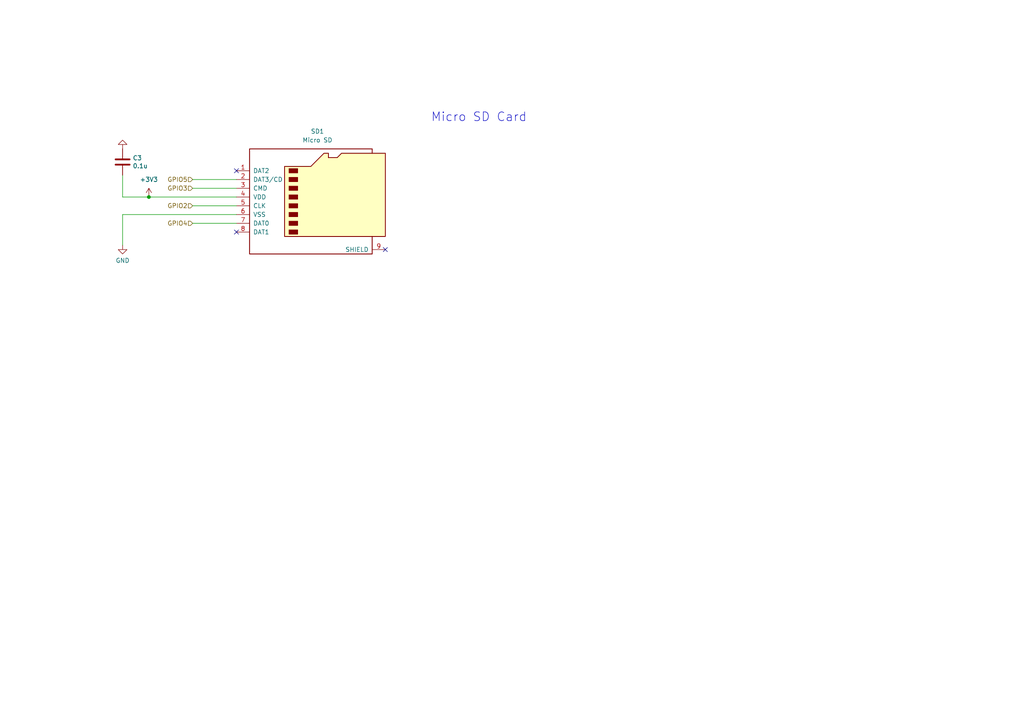
<source format=kicad_sch>
(kicad_sch (version 20231120) (generator "eeschema") (generator_version "8.0")
  (paper "A4")
  (title_block (title "FRANK2") (date "2024-11-21") (rev "1.0") (company "Mikhail Matveev") (comment 1 "https://github.com/xtremespb/frank2"))
  (lib_symbols
    (symbol "Connector:Micro_SD_Card" (pin_names (offset 1.016))
      (property "Reference" "J" (at -16.51 15.24 0))
      (property "Value" "Micro_SD_Card" (at 16.51 15.24 0))
      (symbol "Micro_SD_Card_0_1"
        (rectangle (start -7.62 -9.525) (end -5.08 -10.795) (fill (type outline)))
        (rectangle (start -7.62 -6.985) (end -5.08 -8.255) (fill (type outline)))
        (rectangle (start -7.62 -4.445) (end -5.08 -5.715) (fill (type outline)))
        (rectangle (start -7.62 -1.905) (end -5.08 -3.175) (fill (type outline)))
        (rectangle (start -7.62 0.635) (end -5.08 -0.635) (fill (type outline)))
        (rectangle (start -7.62 3.175) (end -5.08 1.905) (fill (type outline)))
        (rectangle (start -7.62 5.715) (end -5.08 4.445) (fill (type outline)))
        (rectangle (start -7.62 8.255) (end -5.08 6.985) (fill (type outline)))
        (polyline (pts (xy 16.51 12.7) (xy 16.51 13.97) (xy -19.05 13.97) (xy -19.05 -16.51) (xy 16.51 -16.51) (xy 16.51 -11.43)) (stroke (width 0.254)))
        (polyline (pts (xy -8.89 -11.43) (xy -8.89 8.89) (xy -1.27 8.89) (xy 2.54 12.7) (xy 3.81 12.7) (xy 3.81 11.43) (xy 6.35 11.43) (xy 7.62 12.7) (xy 20.32 12.7) (xy 20.32 -11.43) (xy -8.89 -11.43)) (stroke (width 0.254)) (fill (type background)))
      )
      (symbol "Micro_SD_Card_1_1"
        (pin bidirectional line (at -22.86 7.62 0) (length 3.81) (name "DAT2") (number "1"))
        (pin bidirectional line (at -22.86 5.08 0) (length 3.81) (name "DAT3/CD") (number "2"))
        (pin input line (at -22.86 2.54 0) (length 3.81) (name "CMD") (number "3"))
        (pin power_in line (at -22.86 0 0) (length 3.81) (name "VDD") (number "4"))
        (pin input line (at -22.86 -2.54 0) (length 3.81) (name "CLK") (number "5"))
        (pin power_in line (at -22.86 -5.08 0) (length 3.81) (name "VSS") (number "6"))
        (pin bidirectional line (at -22.86 -7.62 0) (length 3.81) (name "DAT0") (number "7"))
        (pin bidirectional line (at -22.86 -10.16 0) (length 3.81) (name "DAT1") (number "8"))
        (pin passive line (at 20.32 -15.24 180) (length 3.81) (name "SHIELD") (number "9"))
      )
    )
    (symbol "Device:C" (pin_numbers hide) (pin_names (offset 0.254))
      (property "Reference" "C" (at 0.635 2.54 0))
      (property "Value" "C" (at 0.635 -2.54 0))
      (symbol "C_0_1"
        (polyline (pts (xy -2.032 -0.762) (xy 2.032 -0.762)) (stroke (width 0.508)))
        (polyline (pts (xy -2.032 0.762) (xy 2.032 0.762)) (stroke (width 0.508)))
      )
      (symbol "C_1_1"
        (pin passive line (at 0 3.81 270) (length 2.794) (name "~") (number "1"))
        (pin passive line (at 0 -3.81 90) (length 2.794) (name "~") (number "2"))
      )
    )
    (symbol "power:+3V3" (power) (pin_numbers hide) (pin_names (offset 0) hide)
      (property "Value" "+3V3" (at 0 3.556 0))
      (symbol "+3V3_0_1"
        (polyline (pts (xy -0.762 1.27) (xy 0 2.54)))
        (polyline (pts (xy 0 0) (xy 0 2.54)))
        (polyline (pts (xy 0 2.54) (xy 0.762 1.27)))
      )
      (symbol "+3V3_1_1"
        (pin power_in line (at 0 0 90) (length 0) (name "~") (number "1"))
      )
    )
    (symbol "power:GND" (power) (pin_names (offset 0))
      (property "Value" "GND" (at 0 -3.81 0))
      (symbol "GND_0_1"
        (polyline (pts (xy 0 0) (xy 0 -1.27) (xy 1.27 -1.27) (xy 0 -2.54) (xy -1.27 -1.27) (xy 0 -1.27)))
      )
      (symbol "GND_1_1"
        (pin power_in line (at 0 0 270) (length 0) hide (name "GND") (number "1"))
      )
    )
  )
  (junction (at 43.18 57.15))
  (no_connect (at 68.58 67.31))
  (no_connect (at 68.58 49.53))
  (no_connect (at 111.76 72.39))
  (wire (pts (xy 35.56 62.23) (xy 68.58 62.23)))
  (wire (pts (xy 35.56 50.8) (xy 35.56 57.15)))
  (wire (pts (xy 35.56 62.23) (xy 35.56 71.12)))
  (wire (pts (xy 55.88 64.77) (xy 68.58 64.77)))
  (wire (pts (xy 55.88 54.61) (xy 68.58 54.61)))
  (wire (pts (xy 55.88 59.69) (xy 68.58 59.69)))
  (wire (pts (xy 43.18 57.15) (xy 68.58 57.15)))
  (wire (pts (xy 55.88 52.07) (xy 68.58 52.07)))
  (wire (pts (xy 35.56 57.15) (xy 43.18 57.15)))
  (text "Micro SD Card" (at 124.968 35.56 0) (effects (font (size 2.54 2.54)) (justify left bottom)))
  (hierarchical_label "GPIO2" (shape input) (at 55.88 59.69 180))
  (hierarchical_label "GPIO4" (shape input) (at 55.88 64.77 180))
  (hierarchical_label "GPIO3" (shape input) (at 55.88 54.61 180))
  (hierarchical_label "GPIO5" (shape input) (at 55.88 52.07 180))
  (symbol (lib_id "power:GND") (at 35.56 71.12 0) (unit 1)
    (property "Reference" "#PWR015" (effects (hide yes)))
    (property "Value" "GND" (at 35.56 75.5634 0))
  )
  (symbol (lib_id "power:GND") (at 35.56 43.18 180) (unit 1)
    (property "Reference" "#PWR014" (effects (hide yes)))
    (property "Value" "GND" (effects (hide yes)))
  )
  (symbol (lib_id "Device:C") (at 35.56 46.99 0) (unit 1)
    (property "Reference" "C3" (at 38.481 45.8216 0) (effects (justify left)))
    (property "Value" "0.1u" (at 38.481 48.133 0) (effects (justify left)))
    (property "Footprint" "LIBS:Medved_C_0805" (effects (hide yes)))
  )
  (symbol (lib_id "power:+3V3") (at 43.18 57.15 0) (unit 1)
    (property "Reference" "#PWR063" (effects (hide yes)))
    (property "Value" "+3V3" (at 43.18 52.07 0))
    (property "Description" "Power symbol creates a global label with name \"+3V3\"" (effects (hide yes)))
  )
  (symbol (lib_id "Connector:Micro_SD_Card") (at 91.44 57.15 0) (unit 1)
    (property "Reference" "SD1" (at 92.075 38.1 0))
    (property "Value" "Micro SD" (at 92.075 40.64 0))
    (property "Footprint" "LIBS:Medved_SD_Card" (effects (hide yes)))
    (property "Datasheet" "http://katalog.we-online.de/em/datasheet/693072010801.pdf" (effects (hide yes)))
  )
)
</source>
